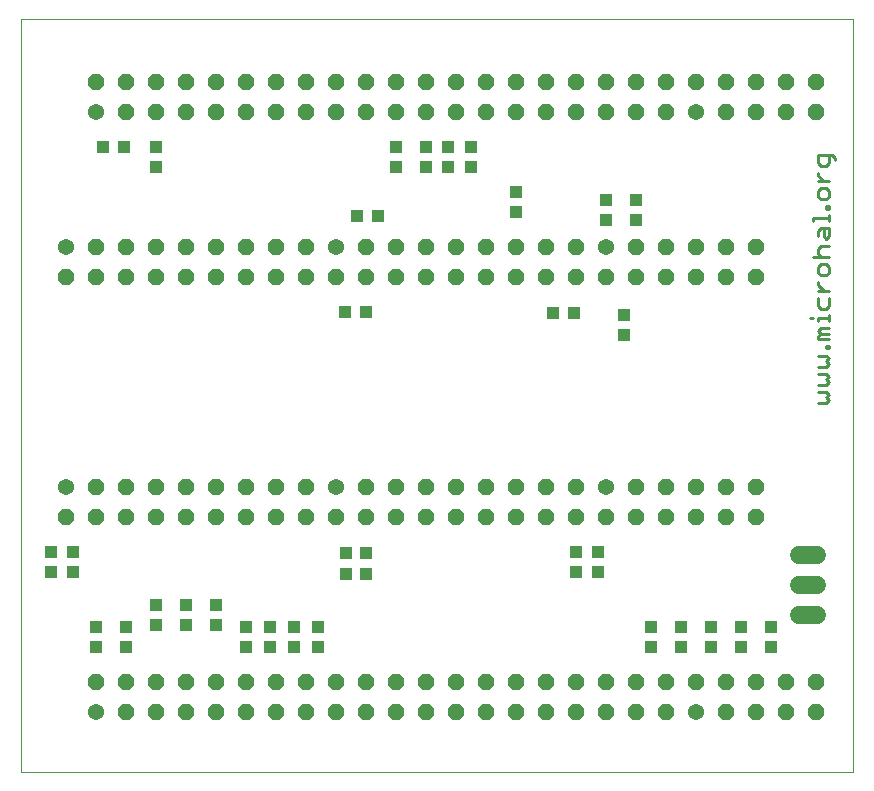
<source format=gts>
G75*
%MOIN*%
%OFA0B0*%
%FSLAX25Y25*%
%IPPOS*%
%LPD*%
%AMOC8*
5,1,8,0,0,1.08239X$1,22.5*
%
%ADD10C,0.00000*%
%ADD11C,0.01100*%
%ADD12C,0.05400*%
%ADD13OC8,0.05400*%
%ADD14R,0.04331X0.03937*%
%ADD15C,0.06000*%
%ADD16R,0.04252X0.04134*%
%ADD17R,0.04134X0.04252*%
D10*
X0001256Y0036433D02*
X0001256Y0287634D01*
X0278677Y0287634D01*
X0278677Y0036433D01*
X0001256Y0036433D01*
D11*
X0264284Y0187748D02*
X0265201Y0187748D01*
X0267036Y0187748D02*
X0270706Y0187748D01*
X0270706Y0188665D02*
X0270706Y0186830D01*
X0270706Y0184423D02*
X0267954Y0184423D01*
X0267036Y0183506D01*
X0267954Y0182588D01*
X0270706Y0182588D01*
X0270706Y0180753D02*
X0267036Y0180753D01*
X0267036Y0181671D01*
X0267954Y0182588D01*
X0267036Y0186830D02*
X0267036Y0187748D01*
X0267954Y0190882D02*
X0269788Y0190882D01*
X0270706Y0191799D01*
X0270706Y0194552D01*
X0270706Y0196959D02*
X0267036Y0196959D01*
X0267036Y0198794D02*
X0267036Y0199711D01*
X0267036Y0198794D02*
X0268871Y0196959D01*
X0267036Y0194552D02*
X0267036Y0191799D01*
X0267954Y0190882D01*
X0267954Y0202023D02*
X0269788Y0202023D01*
X0270706Y0202941D01*
X0270706Y0204776D01*
X0269788Y0205693D01*
X0267954Y0205693D01*
X0267036Y0204776D01*
X0267036Y0202941D01*
X0267954Y0202023D01*
X0267954Y0208101D02*
X0267036Y0209018D01*
X0267036Y0210853D01*
X0267954Y0211770D01*
X0270706Y0211770D01*
X0269788Y0214178D02*
X0268871Y0215095D01*
X0268871Y0217848D01*
X0267954Y0217848D02*
X0270706Y0217848D01*
X0270706Y0215095D01*
X0269788Y0214178D01*
X0267036Y0215095D02*
X0267036Y0216930D01*
X0267954Y0217848D01*
X0270706Y0220255D02*
X0270706Y0222090D01*
X0270706Y0221172D02*
X0265201Y0221172D01*
X0265201Y0220255D01*
X0269788Y0224306D02*
X0269788Y0225224D01*
X0270706Y0225224D01*
X0270706Y0224306D01*
X0269788Y0224306D01*
X0269788Y0227345D02*
X0267954Y0227345D01*
X0267036Y0228262D01*
X0267036Y0230097D01*
X0267954Y0231015D01*
X0269788Y0231015D01*
X0270706Y0230097D01*
X0270706Y0228262D01*
X0269788Y0227345D01*
X0268871Y0233422D02*
X0267036Y0235257D01*
X0267036Y0236175D01*
X0267954Y0238487D02*
X0269788Y0238487D01*
X0270706Y0239404D01*
X0270706Y0242156D01*
X0271623Y0242156D02*
X0267036Y0242156D01*
X0267036Y0239404D01*
X0267954Y0238487D01*
X0271623Y0242156D02*
X0272541Y0241239D01*
X0272541Y0240321D01*
X0270706Y0233422D02*
X0267036Y0233422D01*
X0265201Y0208101D02*
X0270706Y0208101D01*
X0270706Y0178632D02*
X0270706Y0177715D01*
X0269788Y0177715D01*
X0269788Y0178632D01*
X0270706Y0178632D01*
X0269788Y0175307D02*
X0267036Y0175307D01*
X0269788Y0175307D02*
X0270706Y0174390D01*
X0269788Y0173472D01*
X0270706Y0172555D01*
X0269788Y0171637D01*
X0267036Y0171637D01*
X0267036Y0169230D02*
X0269788Y0169230D01*
X0270706Y0168313D01*
X0269788Y0167395D01*
X0270706Y0166478D01*
X0269788Y0165560D01*
X0267036Y0165560D01*
X0267036Y0163153D02*
X0269788Y0163153D01*
X0270706Y0162235D01*
X0269788Y0161318D01*
X0270706Y0160401D01*
X0269788Y0159483D01*
X0267036Y0159483D01*
D12*
X0196256Y0131433D03*
X0226256Y0056433D03*
X0106256Y0131433D03*
X0026256Y0056433D03*
X0016256Y0131433D03*
X0016256Y0211433D03*
X0026256Y0256433D03*
X0106256Y0211433D03*
X0196256Y0211433D03*
X0226256Y0256433D03*
D13*
X0236256Y0256433D03*
X0246256Y0256433D03*
X0256256Y0256433D03*
X0266256Y0256433D03*
X0266256Y0266433D03*
X0256256Y0266433D03*
X0246256Y0266433D03*
X0236256Y0266433D03*
X0226256Y0266433D03*
X0216256Y0266433D03*
X0216256Y0256433D03*
X0206256Y0256433D03*
X0196256Y0256433D03*
X0186256Y0256433D03*
X0176256Y0256433D03*
X0166256Y0256433D03*
X0166256Y0266433D03*
X0176256Y0266433D03*
X0186256Y0266433D03*
X0196256Y0266433D03*
X0206256Y0266433D03*
X0156256Y0266433D03*
X0146256Y0266433D03*
X0136256Y0266433D03*
X0126256Y0266433D03*
X0116256Y0266433D03*
X0116256Y0256433D03*
X0126256Y0256433D03*
X0136256Y0256433D03*
X0146256Y0256433D03*
X0156256Y0256433D03*
X0156256Y0211433D03*
X0146256Y0211433D03*
X0136256Y0211433D03*
X0126256Y0211433D03*
X0116256Y0211433D03*
X0116256Y0201433D03*
X0126256Y0201433D03*
X0136256Y0201433D03*
X0146256Y0201433D03*
X0156256Y0201433D03*
X0166256Y0201433D03*
X0176256Y0201433D03*
X0186256Y0201433D03*
X0196256Y0201433D03*
X0206256Y0201433D03*
X0216256Y0201433D03*
X0226256Y0201433D03*
X0236256Y0201433D03*
X0246256Y0201433D03*
X0246256Y0211433D03*
X0236256Y0211433D03*
X0226256Y0211433D03*
X0216256Y0211433D03*
X0206256Y0211433D03*
X0186256Y0211433D03*
X0176256Y0211433D03*
X0166256Y0211433D03*
X0106256Y0201433D03*
X0096256Y0201433D03*
X0086256Y0201433D03*
X0076256Y0201433D03*
X0066256Y0201433D03*
X0066256Y0211433D03*
X0076256Y0211433D03*
X0086256Y0211433D03*
X0096256Y0211433D03*
X0056256Y0211433D03*
X0046256Y0211433D03*
X0036256Y0211433D03*
X0026256Y0211433D03*
X0026256Y0201433D03*
X0036256Y0201433D03*
X0046256Y0201433D03*
X0056256Y0201433D03*
X0016256Y0201433D03*
X0036256Y0256433D03*
X0046256Y0256433D03*
X0056256Y0256433D03*
X0066256Y0256433D03*
X0076256Y0256433D03*
X0086256Y0256433D03*
X0096256Y0256433D03*
X0106256Y0256433D03*
X0106256Y0266433D03*
X0096256Y0266433D03*
X0086256Y0266433D03*
X0076256Y0266433D03*
X0066256Y0266433D03*
X0056256Y0266433D03*
X0046256Y0266433D03*
X0036256Y0266433D03*
X0026256Y0266433D03*
X0026256Y0131433D03*
X0036256Y0131433D03*
X0046256Y0131433D03*
X0056256Y0131433D03*
X0056256Y0121433D03*
X0046256Y0121433D03*
X0036256Y0121433D03*
X0026256Y0121433D03*
X0016256Y0121433D03*
X0066256Y0121433D03*
X0076256Y0121433D03*
X0086256Y0121433D03*
X0096256Y0121433D03*
X0106256Y0121433D03*
X0096256Y0131433D03*
X0086256Y0131433D03*
X0076256Y0131433D03*
X0066256Y0131433D03*
X0116256Y0131433D03*
X0126256Y0131433D03*
X0136256Y0131433D03*
X0146256Y0131433D03*
X0156256Y0131433D03*
X0156256Y0121433D03*
X0146256Y0121433D03*
X0136256Y0121433D03*
X0126256Y0121433D03*
X0116256Y0121433D03*
X0166256Y0121433D03*
X0176256Y0121433D03*
X0186256Y0121433D03*
X0196256Y0121433D03*
X0206256Y0121433D03*
X0206256Y0131433D03*
X0216256Y0131433D03*
X0226256Y0131433D03*
X0236256Y0131433D03*
X0246256Y0131433D03*
X0246256Y0121433D03*
X0236256Y0121433D03*
X0226256Y0121433D03*
X0216256Y0121433D03*
X0186256Y0131433D03*
X0176256Y0131433D03*
X0166256Y0131433D03*
X0166256Y0066433D03*
X0176256Y0066433D03*
X0186256Y0066433D03*
X0196256Y0066433D03*
X0206256Y0066433D03*
X0206256Y0056433D03*
X0196256Y0056433D03*
X0186256Y0056433D03*
X0176256Y0056433D03*
X0166256Y0056433D03*
X0156256Y0056433D03*
X0156256Y0066433D03*
X0146256Y0066433D03*
X0146256Y0056433D03*
X0136256Y0056433D03*
X0136256Y0066433D03*
X0126256Y0066433D03*
X0126256Y0056433D03*
X0116256Y0056433D03*
X0116256Y0066433D03*
X0106256Y0066433D03*
X0106256Y0056433D03*
X0096256Y0056433D03*
X0096256Y0066433D03*
X0086256Y0066433D03*
X0086256Y0056433D03*
X0076256Y0056433D03*
X0076256Y0066433D03*
X0066256Y0066433D03*
X0066256Y0056433D03*
X0056256Y0056433D03*
X0056256Y0066433D03*
X0046256Y0066433D03*
X0046256Y0056433D03*
X0036256Y0056433D03*
X0036256Y0066433D03*
X0026256Y0066433D03*
X0216256Y0066433D03*
X0226256Y0066433D03*
X0236256Y0066433D03*
X0246256Y0066433D03*
X0256256Y0066433D03*
X0256256Y0056433D03*
X0246256Y0056433D03*
X0236256Y0056433D03*
X0216256Y0056433D03*
X0266256Y0056433D03*
X0266256Y0066433D03*
D14*
X0251256Y0078087D03*
X0251256Y0084780D03*
X0241256Y0084780D03*
X0241256Y0078087D03*
X0231256Y0078087D03*
X0231256Y0084780D03*
X0221256Y0084780D03*
X0221256Y0078087D03*
X0211256Y0078087D03*
X0211256Y0084780D03*
X0100256Y0084780D03*
X0100256Y0078087D03*
X0092256Y0078087D03*
X0092256Y0084780D03*
X0084256Y0084780D03*
X0084256Y0078087D03*
X0076256Y0078087D03*
X0076256Y0084780D03*
X0066256Y0085587D03*
X0066256Y0092280D03*
X0056256Y0092280D03*
X0056256Y0085587D03*
X0046256Y0085587D03*
X0046256Y0092280D03*
X0036256Y0084780D03*
X0036256Y0078087D03*
X0026256Y0078087D03*
X0026256Y0084780D03*
X0166256Y0223087D03*
X0166256Y0229780D03*
X0151256Y0238087D03*
X0151256Y0244780D03*
X0143756Y0244780D03*
X0143756Y0238087D03*
X0136256Y0238087D03*
X0136256Y0244780D03*
X0126256Y0244780D03*
X0126256Y0238087D03*
X0196256Y0227280D03*
X0196256Y0220587D03*
X0206256Y0220587D03*
X0206256Y0227280D03*
D15*
X0260756Y0108933D02*
X0266756Y0108933D01*
X0266756Y0098933D02*
X0260756Y0098933D01*
X0260756Y0088933D02*
X0266756Y0088933D01*
D16*
X0193756Y0102988D03*
X0186256Y0102988D03*
X0186256Y0109878D03*
X0193756Y0109878D03*
X0202256Y0181988D03*
X0202256Y0188878D03*
X0116256Y0109378D03*
X0109756Y0109378D03*
X0109756Y0102488D03*
X0116256Y0102488D03*
X0018756Y0102988D03*
X0011256Y0102988D03*
X0011256Y0109878D03*
X0018756Y0109878D03*
X0046256Y0237988D03*
X0046256Y0244878D03*
D17*
X0035701Y0244933D03*
X0028811Y0244933D03*
X0109311Y0189933D03*
X0116201Y0189933D03*
X0113311Y0221933D03*
X0120201Y0221933D03*
X0178811Y0189433D03*
X0185701Y0189433D03*
M02*

</source>
